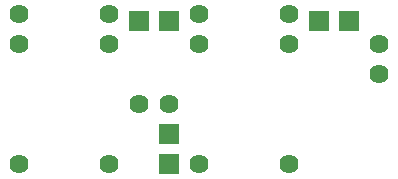
<source format=gbs>
G04 #@! TF.GenerationSoftware,KiCad,Pcbnew,(5.1.6)-1*
G04 #@! TF.CreationDate,2020-05-31T11:46:44+09:00*
G04 #@! TF.ProjectId,AND,414e442e-6b69-4636-9164-5f7063625858,rev?*
G04 #@! TF.SameCoordinates,Original*
G04 #@! TF.FileFunction,Soldermask,Bot*
G04 #@! TF.FilePolarity,Negative*
%FSLAX46Y46*%
G04 Gerber Fmt 4.6, Leading zero omitted, Abs format (unit mm)*
G04 Created by KiCad (PCBNEW (5.1.6)-1) date 2020-05-31 11:46:44*
%MOMM*%
%LPD*%
G01*
G04 APERTURE LIST*
%ADD10C,1.624000*%
%ADD11R,1.800000X1.800000*%
G04 APERTURE END LIST*
D10*
X139700000Y-81280000D03*
X142240000Y-81280000D03*
X160020000Y-78740000D03*
X160020000Y-76200000D03*
D11*
X142240000Y-83820000D03*
X142240000Y-86360000D03*
X157480000Y-74260000D03*
X154940000Y-74260000D03*
X142240000Y-74260000D03*
X139700000Y-74260000D03*
D10*
X144780000Y-73660000D03*
X152400000Y-73660000D03*
X152400000Y-76200000D03*
X144780000Y-76200000D03*
X144780000Y-86360000D03*
X152400000Y-86360000D03*
X129540000Y-73660000D03*
X137160000Y-73660000D03*
X137160000Y-76200000D03*
X129540000Y-76200000D03*
X129540000Y-86360000D03*
X137160000Y-86360000D03*
M02*

</source>
